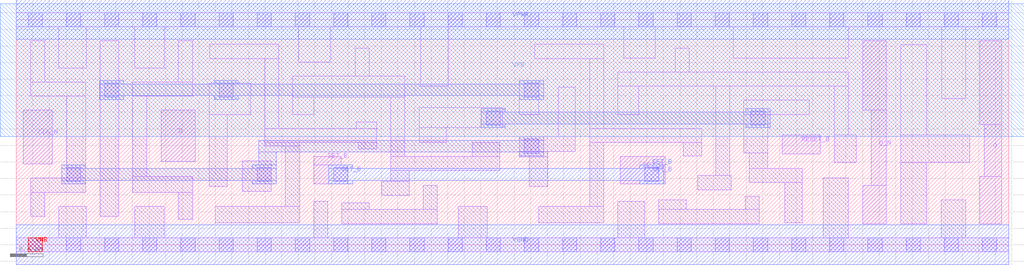
<source format=lef>
# Copyright 2020 The SkyWater PDK Authors
#
# Licensed under the Apache License, Version 2.0 (the "License");
# you may not use this file except in compliance with the License.
# You may obtain a copy of the License at
#
#     https://www.apache.org/licenses/LICENSE-2.0
#
# Unless required by applicable law or agreed to in writing, software
# distributed under the License is distributed on an "AS IS" BASIS,
# WITHOUT WARRANTIES OR CONDITIONS OF ANY KIND, either express or implied.
# See the License for the specific language governing permissions and
# limitations under the License.
#
# SPDX-License-Identifier: Apache-2.0

VERSION 5.7 ;
  NOWIREEXTENSIONATPIN ON ;
  DIVIDERCHAR "/" ;
  BUSBITCHARS "[]" ;
MACRO sky130_fd_sc_hd__dfbbn_1
  CLASS CORE ;
  FOREIGN sky130_fd_sc_hd__dfbbn_1 ;
  ORIGIN  0.000000  0.000000 ;
  SIZE  11.96000 BY  2.720000 ;
  SYMMETRY X Y R90 ;
  SITE unithd ;
  PIN D
    ANTENNAGATEAREA  0.126000 ;
    DIRECTION INPUT ;
    USE SIGNAL ;
    PORT
      LAYER li1 ;
        RECT 1.745000 1.005000 2.155000 1.625000 ;
    END
  END D
  PIN Q
    ANTENNADIFFAREA  0.429000 ;
    DIRECTION OUTPUT ;
    USE SIGNAL ;
    PORT
      LAYER li1 ;
        RECT 11.615000 0.255000 11.875000 0.825000 ;
        RECT 11.615000 1.455000 11.875000 2.465000 ;
        RECT 11.665000 0.825000 11.875000 1.455000 ;
    END
  END Q
  PIN Q_N
    ANTENNADIFFAREA  0.429000 ;
    DIRECTION OUTPUT ;
    USE SIGNAL ;
    PORT
      LAYER li1 ;
        RECT 10.200000 0.255000 10.485000 0.715000 ;
        RECT 10.200000 1.630000 10.485000 2.465000 ;
        RECT 10.305000 0.715000 10.485000 1.630000 ;
    END
  END Q_N
  PIN RESET_B
    ANTENNAGATEAREA  0.159000 ;
    DIRECTION INPUT ;
    USE SIGNAL ;
    PORT
      LAYER li1 ;
        RECT 9.235000 1.095000 9.690000 1.325000 ;
    END
  END RESET_B
  PIN SET_B
    ANTENNAGATEAREA  0.252000 ;
    DIRECTION INPUT ;
    USE SIGNAL ;
    PORT
      LAYER li1 ;
        RECT 3.585000 0.735000 3.995000 0.965000 ;
        RECT 3.585000 0.965000 3.915000 1.065000 ;
      LAYER mcon ;
        RECT 3.825000 0.765000 3.995000 0.935000 ;
    END
    PORT
      LAYER li1 ;
        RECT 7.280000 0.735000 7.825000 1.065000 ;
      LAYER mcon ;
        RECT 7.575000 0.765000 7.745000 0.935000 ;
    END
    PORT
      LAYER met1 ;
        RECT 3.765000 0.735000 4.055000 0.780000 ;
        RECT 3.765000 0.780000 7.805000 0.920000 ;
        RECT 3.765000 0.920000 4.055000 0.965000 ;
        RECT 7.515000 0.735000 7.805000 0.780000 ;
        RECT 7.515000 0.920000 7.805000 0.965000 ;
    END
  END SET_B
  PIN VNB
    PORT
      LAYER pwell ;
        RECT 0.145000 -0.085000 0.315000 0.085000 ;
    END
  END VNB
  PIN VPB
    PORT
      LAYER nwell ;
        RECT -0.190000 1.305000 12.150000 2.910000 ;
    END
  END VPB
  PIN CLK_N
    ANTENNAGATEAREA  0.159000 ;
    DIRECTION INPUT ;
    USE CLOCK ;
    PORT
      LAYER li1 ;
        RECT 0.085000 0.975000 0.435000 1.625000 ;
    END
  END CLK_N
  PIN VGND
    DIRECTION INOUT ;
    SHAPE ABUTMENT ;
    USE GROUND ;
    PORT
      LAYER met1 ;
        RECT 0.000000 -0.240000 11.960000 0.240000 ;
    END
  END VGND
  PIN VPWR
    DIRECTION INOUT ;
    SHAPE ABUTMENT ;
    USE POWER ;
    PORT
      LAYER met1 ;
        RECT 0.000000 2.480000 11.960000 2.960000 ;
    END
  END VPWR
  OBS
    LAYER li1 ;
      RECT  0.000000 -0.085000 11.960000 0.085000 ;
      RECT  0.000000  2.635000 11.960000 2.805000 ;
      RECT  0.175000  0.345000  0.345000 0.635000 ;
      RECT  0.175000  0.635000  0.840000 0.805000 ;
      RECT  0.175000  1.795000  0.840000 1.965000 ;
      RECT  0.175000  1.965000  0.345000 2.465000 ;
      RECT  0.515000  0.085000  0.845000 0.465000 ;
      RECT  0.515000  2.135000  0.845000 2.635000 ;
      RECT  0.610000  0.805000  0.840000 1.795000 ;
      RECT  1.015000  0.345000  1.235000 2.465000 ;
      RECT  1.405000  0.635000  2.125000 0.825000 ;
      RECT  1.405000  0.825000  1.575000 1.795000 ;
      RECT  1.405000  1.795000  2.125000 1.965000 ;
      RECT  1.430000  0.085000  1.785000 0.465000 ;
      RECT  1.430000  2.135000  1.785000 2.635000 ;
      RECT  1.955000  0.305000  2.125000 0.635000 ;
      RECT  1.955000  1.965000  2.125000 2.465000 ;
      RECT  2.325000  0.705000  2.545000 1.575000 ;
      RECT  2.325000  1.575000  2.825000 1.955000 ;
      RECT  2.335000  2.250000  3.165000 2.420000 ;
      RECT  2.400000  0.265000  3.415000 0.465000 ;
      RECT  2.725000  0.645000  3.075000 1.015000 ;
      RECT  2.995000  1.195000  3.415000 1.235000 ;
      RECT  2.995000  1.235000  4.345000 1.405000 ;
      RECT  2.995000  1.405000  3.165000 2.250000 ;
      RECT  3.245000  0.465000  3.415000 1.195000 ;
      RECT  3.335000  1.575000  3.585000 1.785000 ;
      RECT  3.335000  1.785000  4.685000 2.035000 ;
      RECT  3.405000  2.205000  3.785000 2.635000 ;
      RECT  3.585000  0.085000  3.755000 0.525000 ;
      RECT  3.925000  0.255000  5.075000 0.425000 ;
      RECT  3.925000  0.425000  4.255000 0.505000 ;
      RECT  4.085000  2.035000  4.255000 2.375000 ;
      RECT  4.095000  1.405000  4.345000 1.485000 ;
      RECT  4.125000  1.155000  4.345000 1.235000 ;
      RECT  4.405000  0.595000  4.735000 0.765000 ;
      RECT  4.515000  0.765000  4.735000 0.895000 ;
      RECT  4.515000  0.895000  5.825000 1.065000 ;
      RECT  4.515000  1.065000  4.685000 1.785000 ;
      RECT  4.855000  1.235000  5.185000 1.415000 ;
      RECT  4.855000  1.415000  5.860000 1.655000 ;
      RECT  4.875000  1.915000  5.205000 2.635000 ;
      RECT  4.905000  0.425000  5.075000 0.715000 ;
      RECT  5.325000  0.085000  5.675000 0.465000 ;
      RECT  5.495000  1.065000  5.825000 1.235000 ;
      RECT  6.060000  1.575000  6.295000 1.985000 ;
      RECT  6.065000  1.060000  6.405000 1.125000 ;
      RECT  6.065000  1.125000  6.740000 1.305000 ;
      RECT  6.185000  0.705000  6.405000 1.060000 ;
      RECT  6.250000  2.250000  7.080000 2.420000 ;
      RECT  6.300000  0.265000  7.080000 0.465000 ;
      RECT  6.535000  1.305000  6.740000 1.905000 ;
      RECT  6.910000  0.465000  7.080000 1.235000 ;
      RECT  6.910000  1.235000  8.260000 1.405000 ;
      RECT  6.910000  1.405000  7.080000 2.250000 ;
      RECT  7.250000  0.085000  7.575000 0.525000 ;
      RECT  7.250000  1.575000  7.500000 1.915000 ;
      RECT  7.250000  1.915000 10.030000 2.085000 ;
      RECT  7.320000  2.255000  7.700000 2.635000 ;
      RECT  7.745000  0.255000  8.955000 0.425000 ;
      RECT  7.745000  0.425000  8.075000 0.545000 ;
      RECT  7.940000  2.085000  8.110000 2.375000 ;
      RECT  8.040000  1.075000  8.260000 1.235000 ;
      RECT  8.215000  0.665000  8.615000 0.835000 ;
      RECT  8.430000  0.835000  8.615000 0.840000 ;
      RECT  8.430000  0.840000  8.600000 1.915000 ;
      RECT  8.640000  2.255000 10.030000 2.635000 ;
      RECT  8.770000  1.110000  9.055000 1.575000 ;
      RECT  8.770000  1.575000  9.555000 1.745000 ;
      RECT  8.785000  0.425000  8.955000 0.585000 ;
      RECT  8.835000  0.755000  9.475000 0.925000 ;
      RECT  8.835000  0.925000  9.055000 1.110000 ;
      RECT  9.265000  0.265000  9.475000 0.755000 ;
      RECT  9.725000  0.085000 10.030000 0.805000 ;
      RECT  9.860000  0.995000 10.125000 1.325000 ;
      RECT  9.860000  1.325000 10.030000 1.915000 ;
      RECT 10.660000  0.255000 10.975000 0.995000 ;
      RECT 10.660000  0.995000 11.495000 1.325000 ;
      RECT 10.660000  1.325000 10.975000 2.415000 ;
      RECT 11.150000  0.085000 11.445000 0.545000 ;
      RECT 11.155000  1.765000 11.445000 2.635000 ;
    LAYER mcon ;
      RECT  0.145000 -0.085000  0.315000 0.085000 ;
      RECT  0.145000  2.635000  0.315000 2.805000 ;
      RECT  0.605000 -0.085000  0.775000 0.085000 ;
      RECT  0.605000  2.635000  0.775000 2.805000 ;
      RECT  0.610000  0.765000  0.780000 0.935000 ;
      RECT  1.065000 -0.085000  1.235000 0.085000 ;
      RECT  1.065000  1.785000  1.235000 1.955000 ;
      RECT  1.065000  2.635000  1.235000 2.805000 ;
      RECT  1.525000 -0.085000  1.695000 0.085000 ;
      RECT  1.525000  2.635000  1.695000 2.805000 ;
      RECT  1.985000 -0.085000  2.155000 0.085000 ;
      RECT  1.985000  2.635000  2.155000 2.805000 ;
      RECT  2.445000 -0.085000  2.615000 0.085000 ;
      RECT  2.445000  1.785000  2.615000 1.955000 ;
      RECT  2.445000  2.635000  2.615000 2.805000 ;
      RECT  2.905000 -0.085000  3.075000 0.085000 ;
      RECT  2.905000  0.765000  3.075000 0.935000 ;
      RECT  2.905000  2.635000  3.075000 2.805000 ;
      RECT  3.365000 -0.085000  3.535000 0.085000 ;
      RECT  3.365000  2.635000  3.535000 2.805000 ;
      RECT  3.825000 -0.085000  3.995000 0.085000 ;
      RECT  3.825000  2.635000  3.995000 2.805000 ;
      RECT  4.285000 -0.085000  4.455000 0.085000 ;
      RECT  4.285000  2.635000  4.455000 2.805000 ;
      RECT  4.745000 -0.085000  4.915000 0.085000 ;
      RECT  4.745000  2.635000  4.915000 2.805000 ;
      RECT  5.205000 -0.085000  5.375000 0.085000 ;
      RECT  5.205000  2.635000  5.375000 2.805000 ;
      RECT  5.665000 -0.085000  5.835000 0.085000 ;
      RECT  5.665000  1.445000  5.835000 1.615000 ;
      RECT  5.665000  2.635000  5.835000 2.805000 ;
      RECT  6.125000 -0.085000  6.295000 0.085000 ;
      RECT  6.125000  1.105000  6.295000 1.275000 ;
      RECT  6.125000  1.785000  6.295000 1.955000 ;
      RECT  6.125000  2.635000  6.295000 2.805000 ;
      RECT  6.585000 -0.085000  6.755000 0.085000 ;
      RECT  6.585000  2.635000  6.755000 2.805000 ;
      RECT  7.045000 -0.085000  7.215000 0.085000 ;
      RECT  7.045000  2.635000  7.215000 2.805000 ;
      RECT  7.505000 -0.085000  7.675000 0.085000 ;
      RECT  7.505000  2.635000  7.675000 2.805000 ;
      RECT  7.965000 -0.085000  8.135000 0.085000 ;
      RECT  7.965000  2.635000  8.135000 2.805000 ;
      RECT  8.425000 -0.085000  8.595000 0.085000 ;
      RECT  8.425000  2.635000  8.595000 2.805000 ;
      RECT  8.855000  1.445000  9.025000 1.615000 ;
      RECT  8.885000 -0.085000  9.055000 0.085000 ;
      RECT  8.885000  2.635000  9.055000 2.805000 ;
      RECT  9.345000 -0.085000  9.515000 0.085000 ;
      RECT  9.345000  2.635000  9.515000 2.805000 ;
      RECT  9.805000 -0.085000  9.975000 0.085000 ;
      RECT  9.805000  2.635000  9.975000 2.805000 ;
      RECT 10.265000 -0.085000 10.435000 0.085000 ;
      RECT 10.265000  2.635000 10.435000 2.805000 ;
      RECT 10.725000 -0.085000 10.895000 0.085000 ;
      RECT 10.725000  2.635000 10.895000 2.805000 ;
      RECT 11.185000 -0.085000 11.355000 0.085000 ;
      RECT 11.185000  2.635000 11.355000 2.805000 ;
      RECT 11.645000 -0.085000 11.815000 0.085000 ;
      RECT 11.645000  2.635000 11.815000 2.805000 ;
    LAYER met1 ;
      RECT 0.550000 0.735000 0.840000 0.780000 ;
      RECT 0.550000 0.780000 3.135000 0.920000 ;
      RECT 0.550000 0.920000 0.840000 0.965000 ;
      RECT 1.005000 1.755000 1.295000 1.800000 ;
      RECT 1.005000 1.800000 6.355000 1.940000 ;
      RECT 1.005000 1.940000 1.295000 1.985000 ;
      RECT 2.385000 1.755000 2.675000 1.800000 ;
      RECT 2.385000 1.940000 2.675000 1.985000 ;
      RECT 2.845000 0.735000 3.135000 0.780000 ;
      RECT 2.845000 0.920000 3.135000 0.965000 ;
      RECT 2.920000 0.965000 3.135000 1.120000 ;
      RECT 2.920000 1.120000 6.355000 1.260000 ;
      RECT 5.605000 1.415000 5.895000 1.460000 ;
      RECT 5.605000 1.460000 9.085000 1.600000 ;
      RECT 5.605000 1.600000 5.895000 1.645000 ;
      RECT 6.065000 1.075000 6.355000 1.120000 ;
      RECT 6.065000 1.260000 6.355000 1.305000 ;
      RECT 6.065000 1.755000 6.355000 1.800000 ;
      RECT 6.065000 1.940000 6.355000 1.985000 ;
      RECT 8.795000 1.415000 9.085000 1.460000 ;
      RECT 8.795000 1.600000 9.085000 1.645000 ;
  END
END sky130_fd_sc_hd__dfbbn_1
END LIBRARY

</source>
